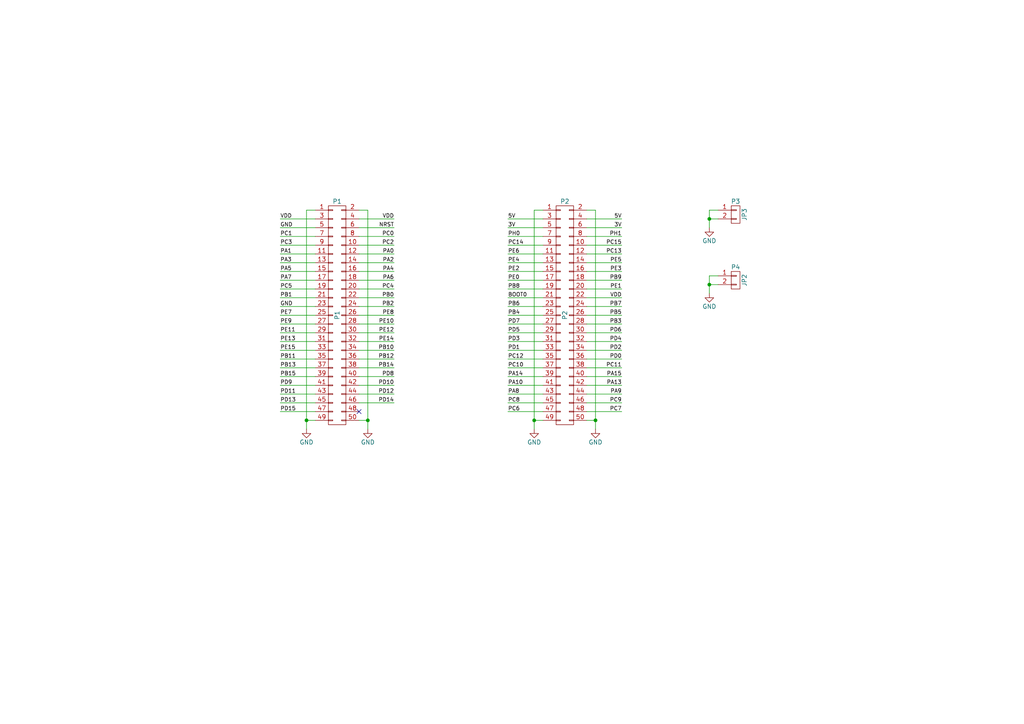
<source format=kicad_sch>
(kicad_sch (version 20211123) (generator eeschema)
  (paper "A4")
  (title_block (title "DISCOVERY-F4 PINOUT") (date "2016-05-28"))
  (lib_symbols
    (symbol "Discovery-F4-base-board-rescue:CONN_01X02-Discovery-F4-base-board-rescue" (pin_names (offset 1.016) hide)
      (property "Reference" "P" (at 0 3.81 0))
      (property "Value" "CONN_01X02-Discovery-F4-base-board-rescue" (at 2.54 0 90))
      (symbol "CONN_01X02-Discovery-F4-base-board-rescue_0_1"
        (rectangle (start -1.27 -1.143) (end 0.254 -1.397))
        (rectangle (start -1.27 1.397) (end 0.254 1.143))
        (rectangle (start -1.27 2.54) (end 1.27 -2.54))
      )
      (symbol "CONN_01X02-Discovery-F4-base-board-rescue_1_1"
        (pin passive line (at -5.08 1.27 0) (length 3.81) (name "P1") (number "1"))
        (pin passive line (at -5.08 -1.27 0) (length 3.81) (name "P2") (number "2"))
      )
    )
    (symbol "Discovery-F4-base-board-rescue:CONN_02X25-Discovery-F4-base-board-rescue" (pin_names (offset 0.0254) hide)
      (property "Reference" "P" (at 0 33.02 0))
      (property "Value" "CONN_02X25-Discovery-F4-base-board-rescue" (at 0 0 90))
      (symbol "CONN_02X25-Discovery-F4-base-board-rescue_0_1"
        (rectangle (start -2.54 -30.353) (end -1.27 -30.607))
        (rectangle (start -2.54 -27.813) (end -1.27 -28.067))
        (rectangle (start -2.54 -25.273) (end -1.27 -25.527))
        (rectangle (start -2.54 -22.733) (end -1.27 -22.987))
        (rectangle (start -2.54 -20.193) (end -1.27 -20.447))
        (rectangle (start -2.54 -17.653) (end -1.27 -17.907))
        (rectangle (start -2.54 -15.113) (end -1.27 -15.367))
        (rectangle (start -2.54 -12.573) (end -1.27 -12.827))
        (rectangle (start -2.54 -10.033) (end -1.27 -10.287))
        (rectangle (start -2.54 -7.493) (end -1.27 -7.747))
        (rectangle (start -2.54 -4.953) (end -1.27 -5.207))
        (rectangle (start -2.54 -2.413) (end -1.27 -2.667))
        (rectangle (start -2.54 0.127) (end -1.27 -0.127))
        (rectangle (start -2.54 2.667) (end -1.27 2.413))
        (rectangle (start -2.54 5.207) (end -1.27 4.953))
        (rectangle (start -2.54 7.747) (end -1.27 7.493))
        (rectangle (start -2.54 10.287) (end -1.27 10.033))
        (rectangle (start -2.54 12.827) (end -1.27 12.573))
        (rectangle (start -2.54 15.367) (end -1.27 15.113))
        (rectangle (start -2.54 17.907) (end -1.27 17.653))
        (rectangle (start -2.54 20.447) (end -1.27 20.193))
        (rectangle (start -2.54 22.987) (end -1.27 22.733))
        (rectangle (start -2.54 25.527) (end -1.27 25.273))
        (rectangle (start -2.54 28.067) (end -1.27 27.813))
        (rectangle (start -2.54 30.607) (end -1.27 30.353))
        (rectangle (start -2.54 31.75) (end 2.54 -31.75))
        (rectangle (start 1.27 -30.353) (end 2.54 -30.607))
        (rectangle (start 1.27 -27.813) (end 2.54 -28.067))
        (rectangle (start 1.27 -25.273) (end 2.54 -25.527))
        (rectangle (start 1.27 -22.733) (end 2.54 -22.987))
        (rectangle (start 1.27 -20.193) (end 2.54 -20.447))
        (rectangle (start 1.27 -17.653) (end 2.54 -17.907))
        (rectangle (start 1.27 -15.113) (end 2.54 -15.367))
        (rectangle (start 1.27 -12.573) (end 2.54 -12.827))
        (rectangle (start 1.27 -10.033) (end 2.54 -10.287))
        (rectangle (start 1.27 -7.493) (end 2.54 -7.747))
        (rectangle (start 1.27 -4.953) (end 2.54 -5.207))
        (rectangle (start 1.27 -2.413) (end 2.54 -2.667))
        (rectangle (start 1.27 0.127) (end 2.54 -0.127))
        (rectangle (start 1.27 2.667) (end 2.54 2.413))
        (rectangle (start 1.27 5.207) (end 2.54 4.953))
        (rectangle (start 1.27 7.747) (end 2.54 7.493))
        (rectangle (start 1.27 10.287) (end 2.54 10.033))
        (rectangle (start 1.27 12.827) (end 2.54 12.573))
        (rectangle (start 1.27 15.367) (end 2.54 15.113))
        (rectangle (start 1.27 17.907) (end 2.54 17.653))
        (rectangle (start 1.27 20.447) (end 2.54 20.193))
        (rectangle (start 1.27 22.987) (end 2.54 22.733))
        (rectangle (start 1.27 25.527) (end 2.54 25.273))
        (rectangle (start 1.27 28.067) (end 2.54 27.813))
        (rectangle (start 1.27 30.607) (end 2.54 30.353))
      )
      (symbol "CONN_02X25-Discovery-F4-base-board-rescue_1_1"
        (pin passive line (at -6.35 30.48 0) (length 3.81) (name "P1") (number "1"))
        (pin passive line (at 6.35 20.32 180) (length 3.81) (name "P10") (number "10"))
        (pin passive line (at -6.35 17.78 0) (length 3.81) (name "P11") (number "11"))
        (pin passive line (at 6.35 17.78 180) (length 3.81) (name "P12") (number "12"))
        (pin passive line (at -6.35 15.24 0) (length 3.81) (name "P13") (number "13"))
        (pin passive line (at 6.35 15.24 180) (length 3.81) (name "P14") (number "14"))
        (pin passive line (at -6.35 12.7 0) (length 3.81) (name "P15") (number "15"))
        (pin passive line (at 6.35 12.7 180) (length 3.81) (name "P16") (number "16"))
        (pin passive line (at -6.35 10.16 0) (length 3.81) (name "P17") (number "17"))
        (pin passive line (at 6.35 10.16 180) (length 3.81) (name "P18") (number "18"))
        (pin passive line (at -6.35 7.62 0) (length 3.81) (name "P19") (number "19"))
        (pin passive line (at 6.35 30.48 180) (length 3.81) (name "P2") (number "2"))
        (pin passive line (at 6.35 7.62 180) (length 3.81) (name "P20") (number "20"))
        (pin passive line (at -6.35 5.08 0) (length 3.81) (name "P21") (number "21"))
        (pin passive line (at 6.35 5.08 180) (length 3.81) (name "P22") (number "22"))
        (pin passive line (at -6.35 2.54 0) (length 3.81) (name "P23") (number "23"))
        (pin passive line (at 6.35 2.54 180) (length 3.81) (name "P24") (number "24"))
        (pin passive line (at -6.35 0 0) (length 3.81) (name "P25") (number "25"))
        (pin passive line (at 6.35 0 180) (length 3.81) (name "P26") (number "26"))
        (pin passive line (at -6.35 -2.54 0) (length 3.81) (name "P27") (number "27"))
        (pin passive line (at 6.35 -2.54 180) (length 3.81) (name "P28") (number "28"))
        (pin passive line (at -6.35 -5.08 0) (length 3.81) (name "P29") (number "29"))
        (pin passive line (at -6.35 27.94 0) (length 3.81) (name "P3") (number "3"))
        (pin passive line (at 6.35 -5.08 180) (length 3.81) (name "P30") (number "30"))
        (pin passive line (at -6.35 -7.62 0) (length 3.81) (name "P31") (number "31"))
        (pin passive line (at 6.35 -7.62 180) (length 3.81) (name "P32") (number "32"))
        (pin passive line (at -6.35 -10.16 0) (length 3.81) (name "P33") (number "33"))
        (pin passive line (at 6.35 -10.16 180) (length 3.81) (name "P34") (number "34"))
        (pin passive line (at -6.35 -12.7 0) (length 3.81) (name "P35") (number "35"))
        (pin passive line (at 6.35 -12.7 180) (length 3.81) (name "P36") (number "36"))
        (pin passive line (at -6.35 -15.24 0) (length 3.81) (name "P37") (number "37"))
        (pin passive line (at 6.35 -15.24 180) (length 3.81) (name "P38") (number "38"))
        (pin passive line (at -6.35 -17.78 0) (length 3.81) (name "P39") (number "39"))
        (pin passive line (at 6.35 27.94 180) (length 3.81) (name "P4") (number "4"))
        (pin passive line (at 6.35 -17.78 180) (length 3.81) (name "P40") (number "40"))
        (pin passive line (at -6.35 -20.32 0) (length 3.81) (name "P41") (number "41"))
        (pin passive line (at 6.35 -20.32 180) (length 3.81) (name "P42") (number "42"))
        (pin passive line (at -6.35 -22.86 0) (length 3.81) (name "P43") (number "43"))
        (pin passive line (at 6.35 -22.86 180) (length 3.81) (name "P44") (number "44"))
        (pin passive line (at -6.35 -25.4 0) (length 3.81) (name "P45") (number "45"))
        (pin passive line (at 6.35 -25.4 180) (length 3.81) (name "P46") (number "46"))
        (pin passive line (at -6.35 -27.94 0) (length 3.81) (name "P47") (number "47"))
        (pin passive line (at 6.35 -27.94 180) (length 3.81) (name "P48") (number "48"))
        (pin passive line (at -6.35 -30.48 0) (length 3.81) (name "P49") (number "49"))
        (pin passive line (at -6.35 25.4 0) (length 3.81) (name "P5") (number "5"))
        (pin passive line (at 6.35 -30.48 180) (length 3.81) (name "P50") (number "50"))
        (pin passive line (at 6.35 25.4 180) (length 3.81) (name "P6") (number "6"))
        (pin passive line (at -6.35 22.86 0) (length 3.81) (name "P7") (number "7"))
        (pin passive line (at 6.35 22.86 180) (length 3.81) (name "P8") (number "8"))
        (pin passive line (at -6.35 20.32 0) (length 3.81) (name "P9") (number "9"))
      )
    )
    (symbol "power:GND" (power) (pin_names (offset 0))
      (property "Value" "GND" (at 0 -3.81 0))
      (symbol "GND_0_1"
        (polyline (pts (xy 0 0) (xy 0 -1.27) (xy 1.27 -1.27) (xy 0 -2.54) (xy -1.27 -1.27) (xy 0 -1.27)))
      )
      (symbol "GND_1_1"
        (pin power_in line (at 0 0 270) (length 0) hide (name "GND") (number "1"))
      )
    )
  )
  (junction (at 154.94 121.92))
  (junction (at 106.68 121.92))
  (junction (at 205.74 63.5))
  (junction (at 205.74 82.55))
  (junction (at 172.72 121.92))
  (junction (at 88.9 121.92))
  (no_connect (at 104.14 119.38))
  (wire (pts (xy 147.32 101.6) (xy 157.48 101.6)))
  (wire (pts (xy 154.94 60.96) (xy 154.94 121.92)))
  (wire (pts (xy 147.32 93.98) (xy 157.48 93.98)))
  (wire (pts (xy 147.32 73.66) (xy 157.48 73.66)))
  (wire (pts (xy 147.32 88.9) (xy 157.48 88.9)))
  (wire (pts (xy 180.34 99.06) (xy 170.18 99.06)))
  (wire (pts (xy 170.18 60.96) (xy 172.72 60.96)))
  (wire (pts (xy 81.28 104.14) (xy 91.44 104.14)))
  (wire (pts (xy 205.74 66.04) (xy 205.74 63.5)))
  (wire (pts (xy 147.32 76.2) (xy 157.48 76.2)))
  (wire (pts (xy 147.32 86.36) (xy 157.48 86.36)))
  (wire (pts (xy 180.34 78.74) (xy 170.18 78.74)))
  (wire (pts (xy 180.34 86.36) (xy 170.18 86.36)))
  (wire (pts (xy 114.3 83.82) (xy 104.14 83.82)))
  (wire (pts (xy 208.28 82.55) (xy 205.74 82.55)))
  (wire (pts (xy 147.32 106.68) (xy 157.48 106.68)))
  (wire (pts (xy 147.32 119.38) (xy 157.48 119.38)))
  (wire (pts (xy 114.3 93.98) (xy 104.14 93.98)))
  (wire (pts (xy 114.3 88.9) (xy 104.14 88.9)))
  (wire (pts (xy 180.34 111.76) (xy 170.18 111.76)))
  (wire (pts (xy 172.72 60.96) (xy 172.72 121.92)))
  (wire (pts (xy 88.9 121.92) (xy 88.9 124.46)))
  (wire (pts (xy 180.34 88.9) (xy 170.18 88.9)))
  (wire (pts (xy 114.3 78.74) (xy 104.14 78.74)))
  (wire (pts (xy 147.32 96.52) (xy 157.48 96.52)))
  (wire (pts (xy 81.28 83.82) (xy 91.44 83.82)))
  (wire (pts (xy 180.34 81.28) (xy 170.18 81.28)))
  (wire (pts (xy 114.3 68.58) (xy 104.14 68.58)))
  (wire (pts (xy 81.28 114.3) (xy 91.44 114.3)))
  (wire (pts (xy 147.32 111.76) (xy 157.48 111.76)))
  (wire (pts (xy 114.3 63.5) (xy 104.14 63.5)))
  (wire (pts (xy 114.3 96.52) (xy 104.14 96.52)))
  (wire (pts (xy 114.3 101.6) (xy 104.14 101.6)))
  (wire (pts (xy 81.28 106.68) (xy 91.44 106.68)))
  (wire (pts (xy 81.28 81.28) (xy 91.44 81.28)))
  (wire (pts (xy 114.3 114.3) (xy 104.14 114.3)))
  (wire (pts (xy 81.28 73.66) (xy 91.44 73.66)))
  (wire (pts (xy 180.34 109.22) (xy 170.18 109.22)))
  (wire (pts (xy 180.34 119.38) (xy 170.18 119.38)))
  (wire (pts (xy 114.3 73.66) (xy 104.14 73.66)))
  (wire (pts (xy 180.34 68.58) (xy 170.18 68.58)))
  (wire (pts (xy 106.68 121.92) (xy 106.68 124.46)))
  (wire (pts (xy 81.28 91.44) (xy 91.44 91.44)))
  (wire (pts (xy 180.34 66.04) (xy 170.18 66.04)))
  (wire (pts (xy 114.3 116.84) (xy 104.14 116.84)))
  (wire (pts (xy 81.28 63.5) (xy 91.44 63.5)))
  (wire (pts (xy 147.32 71.12) (xy 157.48 71.12)))
  (wire (pts (xy 170.18 121.92) (xy 172.72 121.92)))
  (wire (pts (xy 81.28 101.6) (xy 91.44 101.6)))
  (wire (pts (xy 81.28 99.06) (xy 91.44 99.06)))
  (wire (pts (xy 114.3 76.2) (xy 104.14 76.2)))
  (wire (pts (xy 81.28 116.84) (xy 91.44 116.84)))
  (wire (pts (xy 180.34 76.2) (xy 170.18 76.2)))
  (wire (pts (xy 180.34 71.12) (xy 170.18 71.12)))
  (wire (pts (xy 180.34 101.6) (xy 170.18 101.6)))
  (wire (pts (xy 147.32 68.58) (xy 157.48 68.58)))
  (wire (pts (xy 180.34 116.84) (xy 170.18 116.84)))
  (wire (pts (xy 114.3 91.44) (xy 104.14 91.44)))
  (wire (pts (xy 157.48 60.96) (xy 154.94 60.96)))
  (wire (pts (xy 154.94 121.92) (xy 154.94 124.46)))
  (wire (pts (xy 180.34 73.66) (xy 170.18 73.66)))
  (wire (pts (xy 180.34 96.52) (xy 170.18 96.52)))
  (wire (pts (xy 147.32 83.82) (xy 157.48 83.82)))
  (wire (pts (xy 147.32 109.22) (xy 157.48 109.22)))
  (wire (pts (xy 205.74 80.01) (xy 205.74 82.55)))
  (wire (pts (xy 180.34 93.98) (xy 170.18 93.98)))
  (wire (pts (xy 81.28 66.04) (xy 91.44 66.04)))
  (wire (pts (xy 147.32 116.84) (xy 157.48 116.84)))
  (wire (pts (xy 208.28 80.01) (xy 205.74 80.01)))
  (wire (pts (xy 147.32 104.14) (xy 157.48 104.14)))
  (wire (pts (xy 114.3 104.14) (xy 104.14 104.14)))
  (wire (pts (xy 114.3 106.68) (xy 104.14 106.68)))
  (wire (pts (xy 205.74 60.96) (xy 208.28 60.96)))
  (wire (pts (xy 208.28 63.5) (xy 205.74 63.5)))
  (wire (pts (xy 147.32 114.3) (xy 157.48 114.3)))
  (wire (pts (xy 114.3 99.06) (xy 104.14 99.06)))
  (wire (pts (xy 104.14 60.96) (xy 106.68 60.96)))
  (wire (pts (xy 81.28 78.74) (xy 91.44 78.74)))
  (wire (pts (xy 205.74 63.5) (xy 205.74 60.96)))
  (wire (pts (xy 180.34 114.3) (xy 170.18 114.3)))
  (wire (pts (xy 88.9 60.96) (xy 88.9 121.92)))
  (wire (pts (xy 81.28 86.36) (xy 91.44 86.36)))
  (wire (pts (xy 180.34 91.44) (xy 170.18 91.44)))
  (wire (pts (xy 180.34 106.68) (xy 170.18 106.68)))
  (wire (pts (xy 81.28 111.76) (xy 91.44 111.76)))
  (wire (pts (xy 180.34 83.82) (xy 170.18 83.82)))
  (wire (pts (xy 114.3 109.22) (xy 104.14 109.22)))
  (wire (pts (xy 81.28 68.58) (xy 91.44 68.58)))
  (wire (pts (xy 147.32 81.28) (xy 157.48 81.28)))
  (wire (pts (xy 106.68 60.96) (xy 106.68 121.92)))
  (wire (pts (xy 106.68 121.92) (xy 104.14 121.92)))
  (wire (pts (xy 114.3 81.28) (xy 104.14 81.28)))
  (wire (pts (xy 147.32 78.74) (xy 157.48 78.74)))
  (wire (pts (xy 205.74 82.55) (xy 205.74 85.09)))
  (wire (pts (xy 154.94 121.92) (xy 157.48 121.92)))
  (wire (pts (xy 180.34 104.14) (xy 170.18 104.14)))
  (wire (pts (xy 147.32 99.06) (xy 157.48 99.06)))
  (wire (pts (xy 114.3 86.36) (xy 104.14 86.36)))
  (wire (pts (xy 81.28 76.2) (xy 91.44 76.2)))
  (wire (pts (xy 91.44 60.96) (xy 88.9 60.96)))
  (wire (pts (xy 81.28 96.52) (xy 91.44 96.52)))
  (wire (pts (xy 172.72 121.92) (xy 172.72 124.46)))
  (wire (pts (xy 81.28 119.38) (xy 91.44 119.38)))
  (wire (pts (xy 81.28 93.98) (xy 91.44 93.98)))
  (wire (pts (xy 180.34 63.5) (xy 170.18 63.5)))
  (wire (pts (xy 91.44 121.92) (xy 88.9 121.92)))
  (wire (pts (xy 81.28 71.12) (xy 91.44 71.12)))
  (wire (pts (xy 114.3 71.12) (xy 104.14 71.12)))
  (wire (pts (xy 114.3 66.04) (xy 104.14 66.04)))
  (wire (pts (xy 114.3 111.76) (xy 104.14 111.76)))
  (wire (pts (xy 81.28 88.9) (xy 91.44 88.9)))
  (wire (pts (xy 81.28 109.22) (xy 91.44 109.22)))
  (wire (pts (xy 147.32 63.5) (xy 157.48 63.5)))
  (wire (pts (xy 147.32 66.04) (xy 157.48 66.04)))
  (wire (pts (xy 147.32 91.44) (xy 157.48 91.44)))
  (label "PA0" (at 114.3 73.66 180) (effects (font (size 1.1176 1.1176))))
  (label "PH0" (at 147.32 68.58 0) (effects (font (size 1.1176 1.1176))))
  (label "PB1" (at 81.28 86.36 0) (effects (font (size 1.1176 1.1176))))
  (label "PD9" (at 81.28 111.76 0) (effects (font (size 1.1176 1.1176))))
  (label "NRST" (at 114.3 66.04 180) (effects (font (size 1.1176 1.1176))))
  (label "PC15" (at 180.34 71.12 180) (effects (font (size 1.1176 1.1176))))
  (label "PB14" (at 114.3 106.68 180) (effects (font (size 1.1176 1.1176))))
  (label "PB3" (at 180.34 93.98 180) (effects (font (size 1.1176 1.1176))))
  (label "VDD" (at 180.34 86.36 180) (effects (font (size 1.1176 1.1176))))
  (label "3V" (at 147.32 66.04 0) (effects (font (size 1.1176 1.1176))))
  (label "PC12" (at 147.32 104.14 0) (effects (font (size 1.1176 1.1176))))
  (label "PD6" (at 180.34 96.52 180) (effects (font (size 1.1176 1.1176))))
  (label "PE14" (at 114.3 99.06 180) (effects (font (size 1.1176 1.1176))))
  (label "PE7" (at 81.28 91.44 0) (effects (font (size 1.1176 1.1176))))
  (label "PD4" (at 180.34 99.06 180) (effects (font (size 1.1176 1.1176))))
  (label "PC2" (at 114.3 71.12 180) (effects (font (size 1.1176 1.1176))))
  (label "PE9" (at 81.28 93.98 0) (effects (font (size 1.1176 1.1176))))
  (label "PC9" (at 180.34 116.84 180) (effects (font (size 1.1176 1.1176))))
  (label "VDD" (at 81.28 63.5 0) (effects (font (size 1.1176 1.1176))))
  (label "PA14" (at 147.32 109.22 0) (effects (font (size 1.1176 1.1176))))
  (label "PC5" (at 81.28 83.82 0) (effects (font (size 1.1176 1.1176))))
  (label "PE8" (at 114.3 91.44 180) (effects (font (size 1.1176 1.1176))))
  (label "PE11" (at 81.28 96.52 0) (effects (font (size 1.1176 1.1176))))
  (label "PD10" (at 114.3 111.76 180) (effects (font (size 1.1176 1.1176))))
  (label "PE10" (at 114.3 93.98 180) (effects (font (size 1.1176 1.1176))))
  (label "PD12" (at 114.3 114.3 180) (effects (font (size 1.1176 1.1176))))
  (label "PD11" (at 81.28 114.3 0) (effects (font (size 1.1176 1.1176))))
  (label "PC1" (at 81.28 68.58 0) (effects (font (size 1.1176 1.1176))))
  (label "PH1" (at 180.34 68.58 180) (effects (font (size 1.1176 1.1176))))
  (label "PB15" (at 81.28 109.22 0) (effects (font (size 1.1176 1.1176))))
  (label "PC10" (at 147.32 106.68 0) (effects (font (size 1.1176 1.1176))))
  (label "GND" (at 81.28 66.04 0) (effects (font (size 1.1176 1.1176))))
  (label "PA13" (at 180.34 111.76 180) (effects (font (size 1.1176 1.1176))))
  (label "PC8" (at 147.32 116.84 0) (effects (font (size 1.1176 1.1176))))
  (label "PA9" (at 180.34 114.3 180) (effects (font (size 1.1176 1.1176))))
  (label "PD13" (at 81.28 116.84 0) (effects (font (size 1.1176 1.1176))))
  (label "PA6" (at 114.3 81.28 180) (effects (font (size 1.1176 1.1176))))
  (label "PA2" (at 114.3 76.2 180) (effects (font (size 1.1176 1.1176))))
  (label "PE15" (at 81.28 101.6 0) (effects (font (size 1.1176 1.1176))))
  (label "PB9" (at 180.34 81.28 180) (effects (font (size 1.1176 1.1176))))
  (label "PB2" (at 114.3 88.9 180) (effects (font (size 1.1176 1.1176))))
  (label "PA10" (at 147.32 111.76 0) (effects (font (size 1.1176 1.1176))))
  (label "PC7" (at 180.34 119.38 180) (effects (font (size 1.1176 1.1176))))
  (label "PB7" (at 180.34 88.9 180) (effects (font (size 1.1176 1.1176))))
  (label "PE4" (at 147.32 76.2 0) (effects (font (size 1.1176 1.1176))))
  (label "PB13" (at 81.28 106.68 0) (effects (font (size 1.1176 1.1176))))
  (label "PE13" (at 81.28 99.06 0) (effects (font (size 1.1176 1.1176))))
  (label "PE1" (at 180.34 83.82 180) (effects (font (size 1.1176 1.1176))))
  (label "PB4" (at 147.32 91.44 0) (effects (font (size 1.1176 1.1176))))
  (label "VDD" (at 114.3 63.5 180) (effects (font (size 1.1176 1.1176))))
  (label "PC11" (at 180.34 106.68 180) (effects (font (size 1.1176 1.1176))))
  (label "PB12" (at 114.3 104.14 180) (effects (font (size 1.1176 1.1176))))
  (label "PE6" (at 147.32 73.66 0) (effects (font (size 1.1176 1.1176))))
  (label "PD14" (at 114.3 116.84 180) (effects (font (size 1.1176 1.1176))))
  (label "PA15" (at 180.34 109.22 180) (effects (font (size 1.1176 1.1176))))
  (label "5V" (at 180.34 63.5 180) (effects (font (size 1.1176 1.1176))))
  (label "PE2" (at 147.32 78.74 0) (effects (font (size 1.1176 1.1176))))
  (label "PB10" (at 114.3 101.6 180) (effects (font (size 1.1176 1.1176))))
  (label "PC4" (at 114.3 83.82 180) (effects (font (size 1.1176 1.1176))))
  (label "PD8" (at 114.3 109.22 180) (effects (font (size 1.1176 1.1176))))
  (label "PC13" (at 180.34 73.66 180) (effects (font (size 1.1176 1.1176))))
  (label "PA3" (at 81.28 76.2 0) (effects (font (size 1.1176 1.1176))))
  (label "PD0" (at 180.34 104.14 180) (effects (font (size 1.1176 1.1176))))
  (label "PA7" (at 81.28 81.28 0) (effects (font (size 1.1176 1.1176))))
  (label "PD3" (at 147.32 99.06 0) (effects (font (size 1.1176 1.1176))))
  (label "PE12" (at 114.3 96.52 180) (effects (font (size 1.1176 1.1176))))
  (label "3V" (at 180.34 66.04 180) (effects (font (size 1.1176 1.1176))))
  (label "PE0" (at 147.32 81.28 0) (effects (font (size 1.1176 1.1176))))
  (label "PE5" (at 180.34 76.2 180) (effects (font (size 1.1176 1.1176))))
  (label "PB8" (at 147.32 83.82 0) (effects (font (size 1.1176 1.1176))))
  (label "PA4" (at 114.3 78.74 180) (effects (font (size 1.1176 1.1176))))
  (label "PC6" (at 147.32 119.38 0) (effects (font (size 1.1176 1.1176))))
  (label "GND" (at 81.28 88.9 0) (effects (font (size 1.1176 1.1176))))
  (label "PA5" (at 81.28 78.74 0) (effects (font (size 1.1176 1.1176))))
  (label "PB0" (at 114.3 86.36 180) (effects (font (size 1.1176 1.1176))))
  (label "5V" (at 147.32 63.5 0) (effects (font (size 1.1176 1.1176))))
  (label "PD2" (at 180.34 101.6 180) (effects (font (size 1.1176 1.1176))))
  (label "PC14" (at 147.32 71.12 0) (effects (font (size 1.1176 1.1176))))
  (label "PA8" (at 147.32 114.3 0) (effects (font (size 1.1176 1.1176))))
  (label "PC0" (at 114.3 68.58 180) (effects (font (size 1.1176 1.1176))))
  (label "PD5" (at 147.32 96.52 0) (effects (font (size 1.1176 1.1176))))
  (label "BOOT0" (at 147.32 86.36 0) (effects (font (size 1.1176 1.1176))))
  (label "PB11" (at 81.28 104.14 0) (effects (font (size 1.1176 1.1176))))
  (label "PB5" (at 180.34 91.44 180) (effects (font (size 1.1176 1.1176))))
  (label "PB6" (at 147.32 88.9 0) (effects (font (size 1.1176 1.1176))))
  (label "PD7" (at 147.32 93.98 0) (effects (font (size 1.1176 1.1176))))
  (label "PD15" (at 81.28 119.38 0) (effects (font (size 1.1176 1.1176))))
  (label "PA1" (at 81.28 73.66 0) (effects (font (size 1.1176 1.1176))))
  (label "PD1" (at 147.32 101.6 0) (effects (font (size 1.1176 1.1176))))
  (label "PC3" (at 81.28 71.12 0) (effects (font (size 1.1176 1.1176))))
  (label "PE3" (at 180.34 78.74 180) (effects (font (size 1.1176 1.1176))))
  (symbol (lib_id "Discovery-F4-base-board-rescue:CONN_02X25-Discovery-F4-base-board-rescue") (at 97.79 91.44 0) (unit 1)
    (property "Reference" "P1" (at 97.79 58.42 0))
    (property "Value" "P1" (at 97.79 91.44 90))
    (property "Footprint" "Pin_Headers:Pin_Header_Straight_2x25" (effects hide))
  )
  (symbol (lib_id "Discovery-F4-base-board-rescue:CONN_01X02-Discovery-F4-base-board-rescue") (at 213.36 62.23 0) (unit 1)
    (property "Reference" "P3" (at 213.36 58.42 0))
    (property "Value" "JP3" (at 215.9 62.23 90))
    (property "Footprint" "Pin_Headers:Pin_Header_Straight_1x02" (effects hide))
  )
  (symbol (lib_id "Discovery-F4-base-board-rescue:CONN_01X02-Discovery-F4-base-board-rescue") (at 213.36 81.28 0) (unit 1)
    (property "Reference" "P4" (at 213.36 77.47 0))
    (property "Value" "JP2" (at 215.9 81.28 90))
    (property "Footprint" "Pin_Headers:Pin_Header_Straight_1x02" (effects hide))
  )
  (symbol (lib_id "power:GND") (at 205.74 66.04 0) (unit 1)
    (property "Reference" "#PWR01" (effects hide))
    (property "Value" "GND" (at 205.74 69.85 0))
  )
  (symbol (lib_id "power:GND") (at 205.74 85.09 0) (unit 1)
    (property "Reference" "#PWR02" (effects hide))
    (property "Value" "GND" (at 205.74 88.9 0))
  )
  (symbol (lib_id "Discovery-F4-base-board-rescue:CONN_02X25-Discovery-F4-base-board-rescue") (at 163.83 91.44 0) (unit 1)
    (property "Reference" "P2" (at 163.83 58.42 0))
    (property "Value" "P2" (at 163.83 91.44 90))
    (property "Footprint" "Pin_Headers:Pin_Header_Straight_2x25" (effects hide))
  )
  (symbol (lib_id "power:GND") (at 88.9 124.46 0) (unit 1)
    (property "Reference" "#PWR03" (effects hide))
    (property "Value" "GND" (at 88.9 128.27 0))
  )
  (symbol (lib_id "power:GND") (at 106.68 124.46 0) (unit 1)
    (property "Reference" "#PWR04" (effects hide))
    (property "Value" "GND" (at 106.68 128.27 0))
  )
  (symbol (lib_id "power:GND") (at 154.94 124.46 0) (unit 1)
    (property "Reference" "#PWR05" (effects hide))
    (property "Value" "GND" (at 154.94 128.27 0))
  )
  (symbol (lib_id "power:GND") (at 172.72 124.46 0) (unit 1)
    (property "Reference" "#PWR06" (effects hide))
    (property "Value" "GND" (at 172.72 128.27 0))
  )
)
</source>
